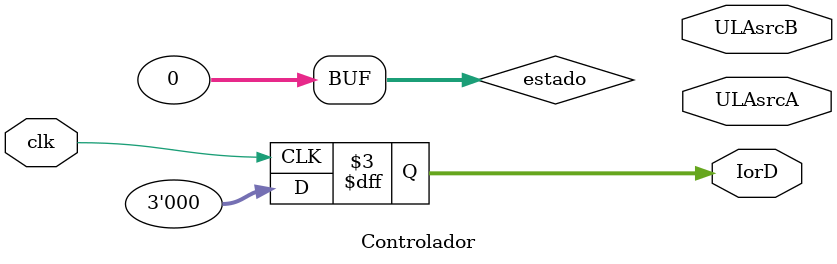
<source format=v>
module Controlador(clk, IorD, ULAsrcA, ULAsrcB);

	integer estado = 0;
	
	//estado state = LER;	

	input wire clk;
	output reg[2:0] IorD, ULAsrcA, ULAsrcB; 

	always @(posedge clk) begin
	
	//codigo
		IorD = 3'b000;
		/*
		case(estado)
			
			0: begin
				//codigo
				IorD = 3'b000;
				
				//estado = DECODIFICAR;
			end
			
			1: begin
				//codigo
			end
		endcase
		*/
	
	end
	
endmodule
	
</source>
